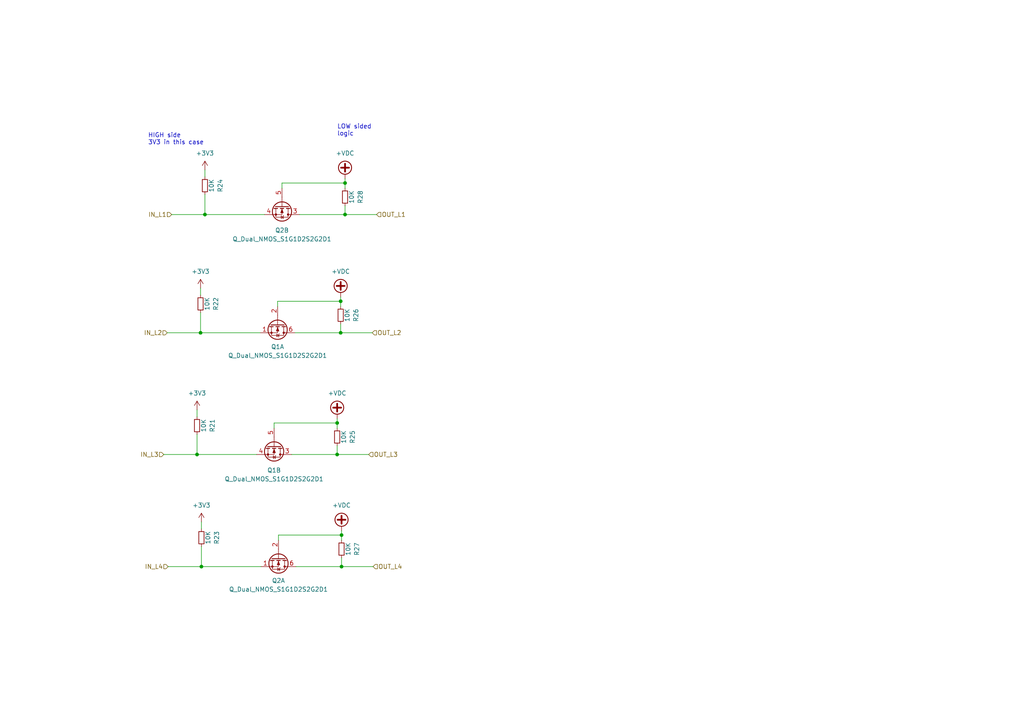
<source format=kicad_sch>
(kicad_sch (version 20211123) (generator eeschema)
  (paper "A4")
  (lib_symbols
    (symbol "Device:Q_Dual_NMOS_S1G1D2S2G2D1" (pin_names (offset 0) hide)
      (property "Reference" "Q" (at 6.35 1.27 0))
      (property "Value" "Q_Dual_NMOS_S1G1D2S2G2D1" (at 19.05 -1.27 0))
      (symbol "Q_Dual_NMOS_S1G1D2S2G2D1_0_1"
        (polyline (pts (xy 0.254 0) (xy -2.54 0)))
        (polyline (pts (xy 0.254 1.905) (xy 0.254 -1.905)) (stroke (width 0.254)))
        (polyline (pts (xy 0.762 -1.27) (xy 0.762 -2.286)) (stroke (width 0.254)))
        (polyline (pts (xy 0.762 0.508) (xy 0.762 -0.508)) (stroke (width 0.254)))
        (polyline (pts (xy 0.762 2.286) (xy 0.762 1.27)) (stroke (width 0.254)))
        (polyline (pts (xy 2.54 2.54) (xy 2.54 1.778)))
        (polyline (pts (xy 2.54 -2.54) (xy 2.54 0) (xy 0.762 0)))
        (polyline (pts (xy 0.762 -1.778) (xy 3.302 -1.778) (xy 3.302 1.778) (xy 0.762 1.778)))
        (polyline (pts (xy 1.016 0) (xy 2.032 0.381) (xy 2.032 -0.381) (xy 1.016 0)) (fill (type outline)))
        (polyline (pts (xy 2.794 0.508) (xy 2.921 0.381) (xy 3.683 0.381) (xy 3.81 0.254)))
        (polyline (pts (xy 3.302 0.381) (xy 2.921 -0.254) (xy 3.683 -0.254) (xy 3.302 0.381)))
        (circle (center 1.651 0) (radius 2.794) (stroke (width 0.254)))
        (circle (center 2.54 -1.778) (radius 0.254) (fill (type outline)))
        (circle (center 2.54 1.778) (radius 0.254) (fill (type outline)))
      )
      (symbol "Q_Dual_NMOS_S1G1D2S2G2D1_1_1"
        (pin passive line (at 2.54 -5.08 90) (length 2.54) (name "S") (number "1"))
        (pin input line (at -5.08 0 0) (length 2.54) (name "G") (number "2"))
        (pin passive line (at 2.54 5.08 270) (length 2.54) (name "D") (number "6"))
      )
      (symbol "Q_Dual_NMOS_S1G1D2S2G2D1_2_1"
        (pin passive line (at 2.54 5.08 270) (length 2.54) (name "D") (number "3"))
        (pin passive line (at 2.54 -5.08 90) (length 2.54) (name "S") (number "4"))
        (pin input line (at -5.08 0 0) (length 2.54) (name "G") (number "5"))
      )
    )
    (symbol "Device:R_Small" (pin_numbers hide) (pin_names (offset 0.254) hide)
      (property "Reference" "R" (at 0.762 0.508 0))
      (property "Value" "R_Small" (at 0.762 -1.016 0))
      (symbol "R_Small_0_1"
        (rectangle (start -0.762 1.778) (end 0.762 -1.778) (stroke (width 0.2032)))
      )
      (symbol "R_Small_1_1"
        (pin passive line (at 0 2.54 270) (length 0.762) (name "~") (number "1"))
        (pin passive line (at 0 -2.54 90) (length 0.762) (name "~") (number "2"))
      )
    )
    (symbol "power:+3V3" (power) (pin_names (offset 0))
      (property "Value" "+3V3" (at 0 3.556 0))
      (symbol "+3V3_0_1"
        (polyline (pts (xy -0.762 1.27) (xy 0 2.54)))
        (polyline (pts (xy 0 0) (xy 0 2.54)))
        (polyline (pts (xy 0 2.54) (xy 0.762 1.27)))
      )
      (symbol "+3V3_1_1"
        (pin power_in line (at 0 0 90) (length 0) hide (name "+3V3") (number "1"))
      )
    )
    (symbol "power:+VDC" (power) (pin_names (offset 0))
      (property "Value" "+VDC" (at 0 6.35 0))
      (symbol "+VDC_0_1"
        (polyline (pts (xy -1.143 3.175) (xy 1.143 3.175)) (stroke (width 0.508)))
        (polyline (pts (xy 0 0) (xy 0 1.27)))
        (polyline (pts (xy 0 2.032) (xy 0 4.318)) (stroke (width 0.508)))
        (circle (center 0 3.175) (radius 1.905) (stroke (width 0.254)))
      )
      (symbol "+VDC_1_1"
        (pin power_in line (at 0 0 90) (length 0) hide (name "+VDC") (number "1"))
      )
    )
  )
  (junction (at 97.79 122.682))
  (junction (at 98.806 87.376))
  (junction (at 58.166 96.52))
  (junction (at 98.806 96.52))
  (junction (at 57.15 131.826))
  (junction (at 97.79 131.826))
  (junction (at 59.436 62.23))
  (junction (at 99.06 164.338))
  (junction (at 58.42 164.338))
  (junction (at 100.076 62.23))
  (junction (at 99.06 155.194))
  (junction (at 100.076 53.086))
  (wire (pts (xy 86.868 62.23) (xy 100.076 62.23)))
  (wire (pts (xy 58.166 83.566) (xy 58.166 85.598)))
  (wire (pts (xy 98.806 96.52) (xy 107.95 96.52)))
  (wire (pts (xy 100.076 51.816) (xy 100.076 53.086)))
  (wire (pts (xy 97.79 122.682) (xy 97.79 124.206)))
  (wire (pts (xy 58.42 158.496) (xy 58.42 164.338)))
  (wire (pts (xy 57.15 118.872) (xy 57.15 120.904)))
  (wire (pts (xy 97.79 129.286) (xy 97.79 131.826)))
  (wire (pts (xy 47.498 131.826) (xy 57.15 131.826)))
  (wire (pts (xy 81.788 53.086) (xy 81.788 54.61)))
  (wire (pts (xy 98.806 87.376) (xy 80.518 87.376)))
  (wire (pts (xy 99.06 155.194) (xy 99.06 156.718)))
  (wire (pts (xy 99.06 153.924) (xy 99.06 155.194)))
  (wire (pts (xy 99.06 164.338) (xy 108.204 164.338)))
  (wire (pts (xy 49.784 62.23) (xy 59.436 62.23)))
  (wire (pts (xy 100.076 53.086) (xy 100.076 54.61)))
  (wire (pts (xy 59.436 56.388) (xy 59.436 62.23)))
  (wire (pts (xy 85.598 96.52) (xy 98.806 96.52)))
  (wire (pts (xy 80.518 87.376) (xy 80.518 88.9)))
  (wire (pts (xy 59.436 62.23) (xy 76.708 62.23)))
  (wire (pts (xy 100.076 53.086) (xy 81.788 53.086)))
  (wire (pts (xy 58.42 151.384) (xy 58.42 153.416)))
  (wire (pts (xy 79.502 122.682) (xy 79.502 124.206)))
  (wire (pts (xy 84.582 131.826) (xy 97.79 131.826)))
  (wire (pts (xy 98.806 87.376) (xy 98.806 88.9)))
  (wire (pts (xy 57.15 131.826) (xy 74.422 131.826)))
  (wire (pts (xy 58.42 164.338) (xy 75.692 164.338)))
  (wire (pts (xy 97.79 131.826) (xy 106.934 131.826)))
  (wire (pts (xy 80.772 155.194) (xy 80.772 156.718)))
  (wire (pts (xy 100.076 62.23) (xy 109.22 62.23)))
  (wire (pts (xy 57.15 125.984) (xy 57.15 131.826)))
  (wire (pts (xy 99.06 155.194) (xy 80.772 155.194)))
  (wire (pts (xy 58.166 90.678) (xy 58.166 96.52)))
  (wire (pts (xy 97.79 121.412) (xy 97.79 122.682)))
  (wire (pts (xy 48.768 164.338) (xy 58.42 164.338)))
  (wire (pts (xy 48.514 96.52) (xy 58.166 96.52)))
  (wire (pts (xy 58.166 96.52) (xy 75.438 96.52)))
  (wire (pts (xy 100.076 59.69) (xy 100.076 62.23)))
  (wire (pts (xy 98.806 86.106) (xy 98.806 87.376)))
  (wire (pts (xy 85.852 164.338) (xy 99.06 164.338)))
  (wire (pts (xy 98.806 93.98) (xy 98.806 96.52)))
  (wire (pts (xy 97.79 122.682) (xy 79.502 122.682)))
  (wire (pts (xy 59.436 49.276) (xy 59.436 51.308)))
  (wire (pts (xy 99.06 161.798) (xy 99.06 164.338)))
  (text "LOW sided\nlogic" (at 97.79 39.624 0) (effects (font (size 1.27 1.27)) (justify left bottom)))
  (text "HIGH side\n3V3 in this case" (at 42.926 42.164 0) (effects (font (size 1.27 1.27)) (justify left bottom)))
  (hierarchical_label "IN_L4" (shape input) (at 48.768 164.338 180))
  (hierarchical_label "IN_L3" (shape input) (at 47.498 131.826 180))
  (hierarchical_label "OUT_L2" (shape input) (at 107.95 96.52 0))
  (hierarchical_label "OUT_L1" (shape input) (at 109.22 62.23 0))
  (hierarchical_label "OUT_L3" (shape input) (at 106.934 131.826 0))
  (hierarchical_label "IN_L1" (shape input) (at 49.784 62.23 180))
  (hierarchical_label "IN_L2" (shape input) (at 48.514 96.52 180))
  (hierarchical_label "OUT_L4" (shape input) (at 108.204 164.338 0))
  (symbol (lib_id "Device:R_Small") (at 57.15 123.444 0) (unit 1)
    (property "Reference" "R21" (at 61.595 123.444 90))
    (property "Value" "10K" (at 59.055 123.444 90))
    (property "Footprint" "Resistor_SMD:R_0603_1608Metric_Pad0.98x0.95mm_HandSolder" (effects hide))
  )
  (symbol (lib_id "power:+3V3") (at 59.436 49.276 0) (unit 1)
    (property "Reference" "#PWR024" (effects hide))
  )
  (symbol (lib_id "Device:R_Small") (at 58.42 155.956 0) (unit 1)
    (property "Reference" "R23" (at 62.865 155.956 90))
    (property "Value" "10K" (at 60.325 155.956 90))
    (property "Footprint" "Resistor_SMD:R_0603_1608Metric_Pad0.98x0.95mm_HandSolder" (effects hide))
  )
  (symbol (lib_id "power:+VDC") (at 98.806 86.106 0) (unit 1)
    (property "Reference" "#PWR026" (effects hide))
    (property "Value" "+VDC" (at 98.806 78.74 0))
  )
  (symbol (lib_id "power:+VDC") (at 97.79 121.412 0) (unit 1)
    (property "Reference" "#PWR025" (effects hide))
    (property "Value" "+VDC" (at 97.79 114.046 0))
  )
  (symbol (lib_id "Device:R_Small") (at 99.06 159.258 0) (unit 1)
    (property "Reference" "R27" (at 103.505 159.258 90))
    (property "Value" "10K" (at 100.965 159.258 90))
    (property "Footprint" "Resistor_SMD:R_0603_1608Metric_Pad0.98x0.95mm_HandSolder" (effects hide))
  )
  (symbol (lib_id "Device:Q_Dual_NMOS_S1G1D2S2G2D1") (at 80.518 93.98 270) (unit 1)
    (property "Reference" "Q1" (at 80.518 100.584 90))
    (property "Value" "Q_Dual_NMOS_S1G1D2S2G2D1" (at 80.518 103.124 90))
    (property "Footprint" "Package_TO_SOT_SMD:SOT-363_SC-70-6_Handsoldering" (effects hide))
  )
  (symbol (lib_id "Device:R_Small") (at 58.166 88.138 0) (unit 1)
    (property "Reference" "R22" (at 62.611 88.138 90))
    (property "Value" "10K" (at 60.071 88.138 90))
    (property "Footprint" "Resistor_SMD:R_0603_1608Metric_Pad0.98x0.95mm_HandSolder" (effects hide))
  )
  (symbol (lib_id "Device:R_Small") (at 59.436 53.848 0) (unit 1)
    (property "Reference" "R24" (at 63.881 53.848 90))
    (property "Value" "10K" (at 61.341 53.848 90))
    (property "Footprint" "Resistor_SMD:R_0603_1608Metric_Pad0.98x0.95mm_HandSolder" (effects hide))
  )
  (symbol (lib_id "Device:R_Small") (at 98.806 91.44 0) (unit 1)
    (property "Reference" "R26" (at 103.251 91.44 90))
    (property "Value" "10K" (at 100.711 91.44 90))
    (property "Footprint" "Resistor_SMD:R_0603_1608Metric_Pad0.98x0.95mm_HandSolder" (effects hide))
  )
  (symbol (lib_id "Device:R_Small") (at 97.79 126.746 0) (unit 1)
    (property "Reference" "R25" (at 102.235 126.746 90))
    (property "Value" "10K" (at 99.695 126.746 90))
    (property "Footprint" "Resistor_SMD:R_0603_1608Metric_Pad0.98x0.95mm_HandSolder" (effects hide))
  )
  (symbol (lib_id "power:+3V3") (at 58.166 83.566 0) (unit 1)
    (property "Reference" "#PWR022" (effects hide))
    (property "Value" "+3V3" (at 58.166 78.74 0))
  )
  (symbol (lib_id "Device:Q_Dual_NMOS_S1G1D2S2G2D1") (at 81.788 59.69 270) (unit 2)
    (property "Reference" "Q2" (at 81.788 66.802 90))
    (property "Value" "Q_Dual_NMOS_S1G1D2S2G2D1" (at 81.788 69.342 90))
  )
  (symbol (lib_id "Device:R_Small") (at 100.076 57.15 0) (unit 1)
    (property "Reference" "R28" (at 104.521 57.15 90))
    (property "Value" "10K" (at 101.981 57.15 90))
    (property "Footprint" "Resistor_SMD:R_0603_1608Metric_Pad0.98x0.95mm_HandSolder" (effects hide))
  )
  (symbol (lib_id "power:+3V3") (at 57.15 118.872 0) (unit 1)
    (property "Reference" "#PWR021" (effects hide))
    (property "Value" "+3V3" (at 57.15 114.046 0))
  )
  (symbol (lib_id "Device:Q_Dual_NMOS_S1G1D2S2G2D1") (at 79.502 129.286 270) (unit 2)
    (property "Reference" "Q1" (at 79.502 136.398 90))
    (property "Value" "Q_Dual_NMOS_S1G1D2S2G2D1" (at 79.502 138.938 90))
  )
  (symbol (lib_id "power:+3V3") (at 58.42 151.384 0) (unit 1)
    (property "Reference" "#PWR023" (effects hide))
    (property "Value" "+3V3" (at 58.42 146.558 0))
  )
  (symbol (lib_id "Device:Q_Dual_NMOS_S1G1D2S2G2D1") (at 80.772 161.798 270) (unit 1)
    (property "Reference" "Q2" (at 80.772 168.402 90))
    (property "Value" "Q_Dual_NMOS_S1G1D2S2G2D1" (at 80.772 170.942 90))
    (property "Footprint" "Package_TO_SOT_SMD:SOT-363_SC-70-6_Handsoldering" (effects hide))
  )
  (symbol (lib_id "power:+VDC") (at 99.06 153.924 0) (unit 1)
    (property "Reference" "#PWR027" (effects hide))
    (property "Value" "+VDC" (at 99.06 146.558 0))
  )
  (symbol (lib_id "power:+VDC") (at 100.076 51.816 0) (unit 1)
    (property "Reference" "#PWR028" (effects hide))
  )
)
</source>
